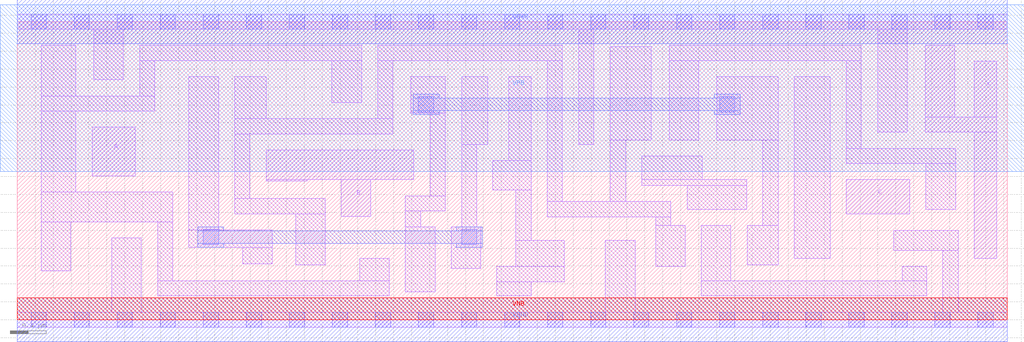
<source format=lef>
# Copyright 2020 The SkyWater PDK Authors
#
# Licensed under the Apache License, Version 2.0 (the "License");
# you may not use this file except in compliance with the License.
# You may obtain a copy of the License at
#
#     https://www.apache.org/licenses/LICENSE-2.0
#
# Unless required by applicable law or agreed to in writing, software
# distributed under the License is distributed on an "AS IS" BASIS,
# WITHOUT WARRANTIES OR CONDITIONS OF ANY KIND, either express or implied.
# See the License for the specific language governing permissions and
# limitations under the License.
#
# SPDX-License-Identifier: Apache-2.0

VERSION 5.7 ;
  NOWIREEXTENSIONATPIN ON ;
  DIVIDERCHAR "/" ;
  BUSBITCHARS "[]" ;
MACRO sky130_fd_sc_lp__xor3_lp
  CLASS CORE ;
  FOREIGN sky130_fd_sc_lp__xor3_lp ;
  ORIGIN  0.000000  0.000000 ;
  SIZE  11.04000 BY  3.330000 ;
  SYMMETRY X Y R90 ;
  SITE unit ;
  PIN A
    ANTENNAGATEAREA  0.376000 ;
    DIRECTION INPUT ;
    USE SIGNAL ;
    PORT
      LAYER li1 ;
        RECT 0.835000 1.605000 1.315000 2.150000 ;
    END
  END A
  PIN B
    ANTENNAGATEAREA  1.002000 ;
    DIRECTION INPUT ;
    USE SIGNAL ;
    PORT
      LAYER li1 ;
        RECT 2.775000 1.550000 3.235000 1.565000 ;
        RECT 2.775000 1.565000 4.425000 1.895000 ;
        RECT 3.615000 1.155000 3.945000 1.565000 ;
    END
  END B
  PIN C
    ANTENNAGATEAREA  0.689000 ;
    DIRECTION INPUT ;
    USE SIGNAL ;
    PORT
      LAYER li1 ;
        RECT 9.245000 1.180000 9.955000 1.565000 ;
    END
  END C
  PIN X
    ANTENNADIFFAREA  0.404700 ;
    DIRECTION OUTPUT ;
    USE SIGNAL ;
    PORT
      LAYER li1 ;
        RECT 10.125000 2.095000 10.925000 2.265000 ;
        RECT 10.125000 2.265000 10.455000 3.065000 ;
        RECT 10.675000 0.685000 10.925000 2.095000 ;
        RECT 10.675000 2.265000 10.925000 2.890000 ;
    END
  END X
  PIN VGND
    DIRECTION INOUT ;
    USE GROUND ;
    PORT
      LAYER met1 ;
        RECT 0.000000 -0.245000 11.040000 0.245000 ;
    END
  END VGND
  PIN VNB
    DIRECTION INOUT ;
    USE GROUND ;
    PORT
      LAYER pwell ;
        RECT 0.000000 0.000000 11.040000 0.245000 ;
    END
  END VNB
  PIN VPB
    DIRECTION INOUT ;
    USE POWER ;
    PORT
      LAYER nwell ;
        RECT -0.190000 1.655000 11.230000 3.520000 ;
    END
  END VPB
  PIN VPWR
    DIRECTION INOUT ;
    USE POWER ;
    PORT
      LAYER met1 ;
        RECT 0.000000 3.085000 11.040000 3.575000 ;
    END
  END VPWR
  OBS
    LAYER li1 ;
      RECT  0.000000 -0.085000 11.040000 0.085000 ;
      RECT  0.000000  3.245000 11.040000 3.415000 ;
      RECT  0.265000  0.545000  0.595000 1.095000 ;
      RECT  0.265000  1.095000  1.735000 1.425000 ;
      RECT  0.265000  1.425000  0.655000 2.330000 ;
      RECT  0.265000  2.330000  1.535000 2.500000 ;
      RECT  0.265000  2.500000  0.655000 3.065000 ;
      RECT  0.855000  2.680000  1.185000 3.245000 ;
      RECT  1.055000  0.085000  1.385000 0.915000 ;
      RECT  1.365000  2.500000  1.535000 2.895000 ;
      RECT  1.365000  2.895000  3.840000 3.065000 ;
      RECT  1.565000  0.265000  4.150000 0.435000 ;
      RECT  1.565000  0.435000  1.735000 1.095000 ;
      RECT  1.915000  0.810000  2.845000 1.005000 ;
      RECT  1.915000  1.005000  2.245000 2.715000 ;
      RECT  2.425000  1.185000  3.435000 1.355000 ;
      RECT  2.425000  1.355000  2.595000 2.075000 ;
      RECT  2.425000  2.075000  4.190000 2.245000 ;
      RECT  2.425000  2.245000  2.775000 2.715000 ;
      RECT  2.515000  0.625000  2.845000 0.810000 ;
      RECT  3.105000  0.615000  3.435000 1.185000 ;
      RECT  3.510000  2.425000  3.840000 2.895000 ;
      RECT  3.820000  0.435000  4.150000 0.685000 ;
      RECT  4.020000  2.245000  4.190000 2.895000 ;
      RECT  4.020000  2.895000  6.080000 3.065000 ;
      RECT  4.330000  0.310000  4.660000 1.035000 ;
      RECT  4.330000  1.035000  4.500000 1.215000 ;
      RECT  4.330000  1.215000  4.775000 1.385000 ;
      RECT  4.390000  2.310000  4.775000 2.715000 ;
      RECT  4.605000  1.385000  4.775000 2.310000 ;
      RECT  4.840000  0.575000  5.170000 1.035000 ;
      RECT  4.955000  1.035000  5.170000 1.040000 ;
      RECT  4.955000  1.040000  5.125000 1.960000 ;
      RECT  4.955000  1.960000  5.250000 2.715000 ;
      RECT  5.305000  1.450000  5.730000 1.780000 ;
      RECT  5.350000  0.265000  5.730000 0.425000 ;
      RECT  5.350000  0.425000  6.100000 0.595000 ;
      RECT  5.480000  1.780000  5.730000 2.715000 ;
      RECT  5.560000  0.595000  6.100000 0.885000 ;
      RECT  5.560000  0.885000  5.730000 1.450000 ;
      RECT  5.910000  1.150000  7.290000 1.320000 ;
      RECT  5.910000  1.320000  6.080000 2.895000 ;
      RECT  6.260000  1.960000  6.430000 3.245000 ;
      RECT  6.560000  0.085000  6.890000 0.885000 ;
      RECT  6.615000  1.320000  6.785000 2.010000 ;
      RECT  6.615000  2.010000  7.070000 3.050000 ;
      RECT  6.965000  1.500000  8.135000 1.565000 ;
      RECT  6.965000  1.565000  7.640000 1.830000 ;
      RECT  7.120000  0.595000  7.450000 1.055000 ;
      RECT  7.120000  1.055000  7.290000 1.150000 ;
      RECT  7.270000  2.010000  7.600000 2.895000 ;
      RECT  7.270000  2.895000  9.415000 3.065000 ;
      RECT  7.470000  1.235000  8.135000 1.500000 ;
      RECT  7.630000  0.265000 10.145000 0.435000 ;
      RECT  7.630000  0.435000  7.960000 1.055000 ;
      RECT  7.800000  2.010000  8.485000 2.715000 ;
      RECT  8.140000  0.615000  8.485000 1.055000 ;
      RECT  8.315000  1.055000  8.485000 2.010000 ;
      RECT  8.665000  0.685000  9.065000 2.715000 ;
      RECT  9.245000  1.745000 10.465000 1.915000 ;
      RECT  9.245000  1.915000  9.415000 2.895000 ;
      RECT  9.595000  2.095000  9.925000 3.245000 ;
      RECT  9.775000  0.775000 10.495000 1.000000 ;
      RECT  9.870000  0.435000 10.145000 0.595000 ;
      RECT 10.135000  1.235000 10.465000 1.745000 ;
      RECT 10.325000  0.085000 10.495000 0.775000 ;
    LAYER mcon ;
      RECT  0.155000 -0.085000  0.325000 0.085000 ;
      RECT  0.155000  3.245000  0.325000 3.415000 ;
      RECT  0.635000 -0.085000  0.805000 0.085000 ;
      RECT  0.635000  3.245000  0.805000 3.415000 ;
      RECT  1.115000 -0.085000  1.285000 0.085000 ;
      RECT  1.115000  3.245000  1.285000 3.415000 ;
      RECT  1.595000 -0.085000  1.765000 0.085000 ;
      RECT  1.595000  3.245000  1.765000 3.415000 ;
      RECT  2.075000 -0.085000  2.245000 0.085000 ;
      RECT  2.075000  0.840000  2.245000 1.010000 ;
      RECT  2.075000  3.245000  2.245000 3.415000 ;
      RECT  2.555000 -0.085000  2.725000 0.085000 ;
      RECT  2.555000  3.245000  2.725000 3.415000 ;
      RECT  3.035000 -0.085000  3.205000 0.085000 ;
      RECT  3.035000  3.245000  3.205000 3.415000 ;
      RECT  3.515000 -0.085000  3.685000 0.085000 ;
      RECT  3.515000  3.245000  3.685000 3.415000 ;
      RECT  3.995000 -0.085000  4.165000 0.085000 ;
      RECT  3.995000  3.245000  4.165000 3.415000 ;
      RECT  4.475000 -0.085000  4.645000 0.085000 ;
      RECT  4.475000  2.320000  4.645000 2.490000 ;
      RECT  4.475000  3.245000  4.645000 3.415000 ;
      RECT  4.955000 -0.085000  5.125000 0.085000 ;
      RECT  4.955000  0.840000  5.125000 1.010000 ;
      RECT  4.955000  3.245000  5.125000 3.415000 ;
      RECT  5.435000 -0.085000  5.605000 0.085000 ;
      RECT  5.435000  3.245000  5.605000 3.415000 ;
      RECT  5.915000 -0.085000  6.085000 0.085000 ;
      RECT  5.915000  3.245000  6.085000 3.415000 ;
      RECT  6.395000 -0.085000  6.565000 0.085000 ;
      RECT  6.395000  3.245000  6.565000 3.415000 ;
      RECT  6.875000 -0.085000  7.045000 0.085000 ;
      RECT  6.875000  3.245000  7.045000 3.415000 ;
      RECT  7.355000 -0.085000  7.525000 0.085000 ;
      RECT  7.355000  3.245000  7.525000 3.415000 ;
      RECT  7.835000 -0.085000  8.005000 0.085000 ;
      RECT  7.835000  2.320000  8.005000 2.490000 ;
      RECT  7.835000  3.245000  8.005000 3.415000 ;
      RECT  8.315000 -0.085000  8.485000 0.085000 ;
      RECT  8.315000  3.245000  8.485000 3.415000 ;
      RECT  8.795000 -0.085000  8.965000 0.085000 ;
      RECT  8.795000  3.245000  8.965000 3.415000 ;
      RECT  9.275000 -0.085000  9.445000 0.085000 ;
      RECT  9.275000  3.245000  9.445000 3.415000 ;
      RECT  9.755000 -0.085000  9.925000 0.085000 ;
      RECT  9.755000  3.245000  9.925000 3.415000 ;
      RECT 10.235000 -0.085000 10.405000 0.085000 ;
      RECT 10.235000  3.245000 10.405000 3.415000 ;
      RECT 10.715000 -0.085000 10.885000 0.085000 ;
      RECT 10.715000  3.245000 10.885000 3.415000 ;
    LAYER met1 ;
      RECT 2.015000 0.810000 2.305000 0.855000 ;
      RECT 2.015000 0.855000 5.185000 0.995000 ;
      RECT 2.015000 0.995000 2.305000 1.040000 ;
      RECT 4.415000 2.290000 4.705000 2.335000 ;
      RECT 4.415000 2.335000 8.065000 2.475000 ;
      RECT 4.415000 2.475000 4.705000 2.520000 ;
      RECT 4.895000 0.810000 5.185000 0.855000 ;
      RECT 4.895000 0.995000 5.185000 1.040000 ;
      RECT 7.775000 2.290000 8.065000 2.335000 ;
      RECT 7.775000 2.475000 8.065000 2.520000 ;
  END
END sky130_fd_sc_lp__xor3_lp
END LIBRARY

</source>
